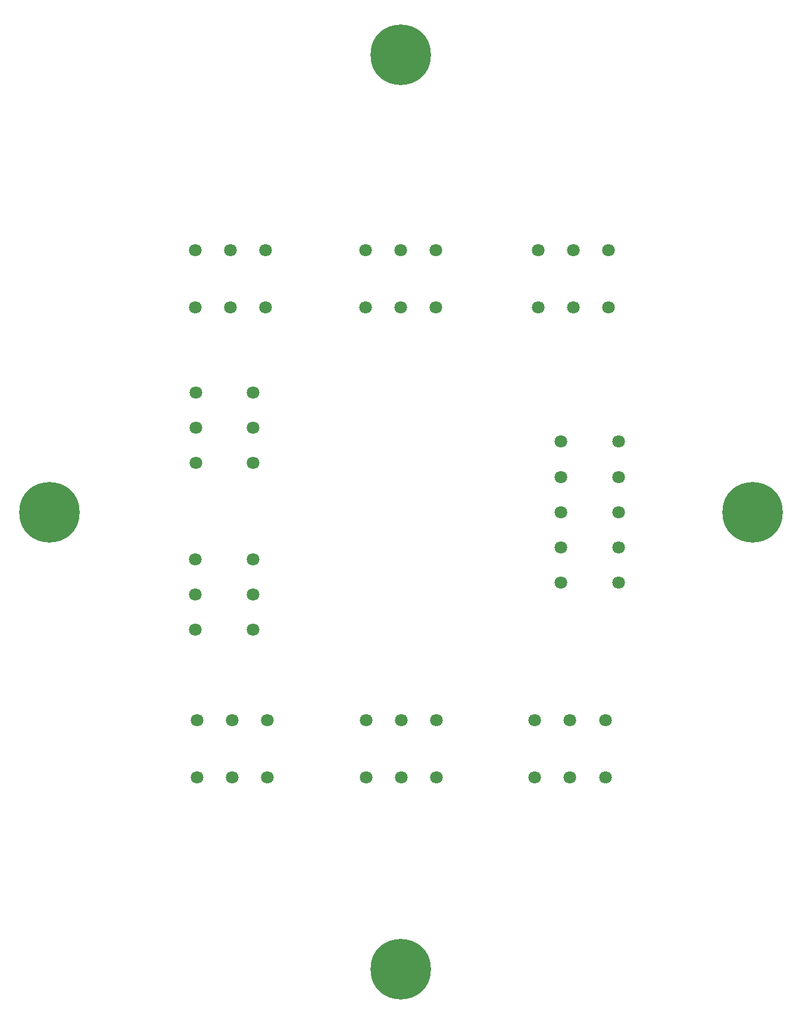
<source format=gbr>
%TF.GenerationSoftware,KiCad,Pcbnew,(6.0.11-0)*%
%TF.CreationDate,2023-06-02T12:02:10+10:00*%
%TF.ProjectId,breakout,62726561-6b6f-4757-942e-6b696361645f,rev?*%
%TF.SameCoordinates,Original*%
%TF.FileFunction,Soldermask,Top*%
%TF.FilePolarity,Negative*%
%FSLAX46Y46*%
G04 Gerber Fmt 4.6, Leading zero omitted, Abs format (unit mm)*
G04 Created by KiCad (PCBNEW (6.0.11-0)) date 2023-06-02 12:02:10*
%MOMM*%
%LPD*%
G01*
G04 APERTURE LIST*
%ADD10C,1.803400*%
%ADD11C,0.900000*%
%ADD12C,8.600000*%
G04 APERTURE END LIST*
D10*
%TO.C,J5*%
X62000000Y-63250000D03*
X62000000Y-71449999D03*
X67000000Y-63250000D03*
X67000000Y-71449999D03*
X72000000Y-63250000D03*
X72000000Y-71449999D03*
%TD*%
%TO.C,J8*%
X114000000Y-110500001D03*
X122199999Y-110500001D03*
X114000000Y-105500001D03*
X122199999Y-105500001D03*
X114000000Y-100500000D03*
X122199999Y-100500000D03*
X114000000Y-95500000D03*
X122199999Y-95500000D03*
X114000000Y-90500000D03*
X122199999Y-90500000D03*
%TD*%
%TO.C,J1*%
X120298076Y-138250000D03*
X120298076Y-130050001D03*
X115298076Y-138250000D03*
X115298076Y-130050001D03*
X110298076Y-138250000D03*
X110298076Y-130050001D03*
%TD*%
%TO.C,J2*%
X96274038Y-138250000D03*
X96274038Y-130050001D03*
X91274038Y-138250000D03*
X91274038Y-130050001D03*
X86274038Y-138250000D03*
X86274038Y-130050001D03*
%TD*%
D11*
%TO.C,REF\u002A\u002A*%
X43530419Y-102780419D03*
X41250000Y-103725000D03*
X41250000Y-97275000D03*
X44475000Y-100500000D03*
X38969581Y-102780419D03*
X38969581Y-98219581D03*
D12*
X41250000Y-100500000D03*
D11*
X38025000Y-100500000D03*
X43530419Y-98219581D03*
%TD*%
D10*
%TO.C,J3*%
X72250000Y-138250000D03*
X72250000Y-130050001D03*
X67250000Y-138250000D03*
X67250000Y-130050001D03*
X62250000Y-138250000D03*
X62250000Y-130050001D03*
%TD*%
%TO.C,J4*%
X70250000Y-83500000D03*
X62050001Y-83500000D03*
X70250000Y-88500000D03*
X62050001Y-88500000D03*
X70250000Y-93500000D03*
X62050001Y-93500000D03*
%TD*%
D11*
%TO.C,REF\u002A\u002A*%
X141250000Y-103725000D03*
X138969581Y-98219581D03*
X143530419Y-98219581D03*
X138969581Y-102780419D03*
X143530419Y-102780419D03*
D12*
X141250000Y-100500000D03*
D11*
X138025000Y-100500000D03*
X144475000Y-100500000D03*
X141250000Y-97275000D03*
%TD*%
D12*
%TO.C,REF\u002A\u002A*%
X91250000Y-35500000D03*
D11*
X93530419Y-33219581D03*
X94475000Y-35500000D03*
X88025000Y-35500000D03*
X93530419Y-37780419D03*
X88969581Y-37780419D03*
X91250000Y-38725000D03*
X88969581Y-33219581D03*
X91250000Y-32275000D03*
%TD*%
D10*
%TO.C,J9*%
X70199999Y-107250000D03*
X62000000Y-107250000D03*
X70199999Y-112250000D03*
X62000000Y-112250000D03*
X70199999Y-117250000D03*
X62000000Y-117250000D03*
%TD*%
%TO.C,J6*%
X86201924Y-63250000D03*
X86201924Y-71449999D03*
X91201924Y-63250000D03*
X91201924Y-71449999D03*
X96201924Y-63250000D03*
X96201924Y-71449999D03*
%TD*%
D11*
%TO.C,REF\u002A\u002A*%
X94475000Y-165500000D03*
X93530419Y-163219581D03*
X88969581Y-163219581D03*
X91250000Y-162275000D03*
D12*
X91250000Y-165500000D03*
D11*
X88969581Y-167780419D03*
X88025000Y-165500000D03*
X91250000Y-168725000D03*
X93530419Y-167780419D03*
%TD*%
D10*
%TO.C,J7*%
X110750000Y-63250000D03*
X110750000Y-71449999D03*
X115750000Y-63250000D03*
X115750000Y-71449999D03*
X120750000Y-63250000D03*
X120750000Y-71449999D03*
%TD*%
M02*

</source>
